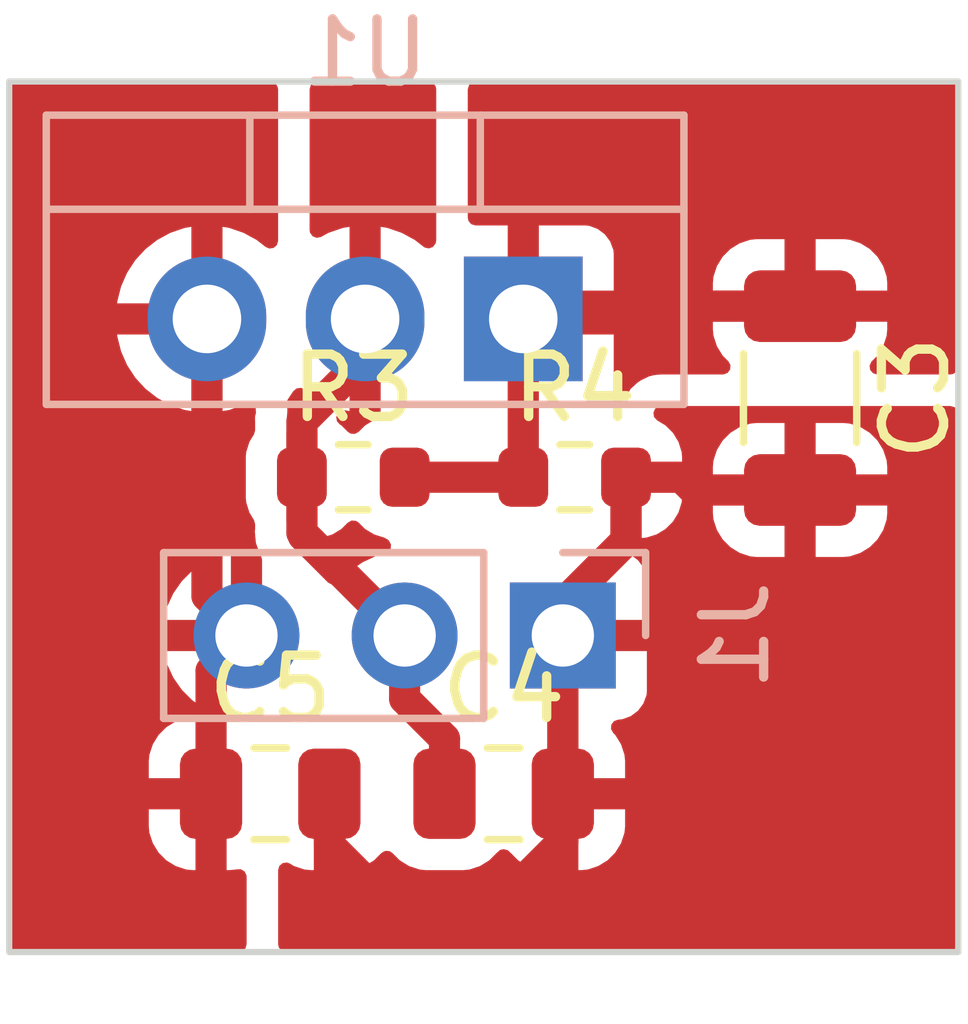
<source format=kicad_pcb>
(kicad_pcb (version 20221018) (generator pcbnew)
  (layers (0 "F.Cu" signal) (31 "B.Cu" signal) (34 "B.Paste" user) (35 "F.Paste" user) (36 "B.SilkS" user "B.Silkscreen") (37 "F.SilkS" user "F.Silkscreen") (38 "B.Mask" user) (39 "F.Mask" user) (44 "Edge.Cuts" user))
  (net 0 "")
  (net 1 "Net-(U1-ADJ)")
  (net 2 "GND")
  (net 3 "Net-(J1-Pin_2)")
  (net 4 "+5V")
  (footprint "Resistor_SMD:R_0603_1608Metric" (layer "F.Cu") (at 136.08 120.65)
    (fp_text reference "R4" (at 0 -1.43) (layer "F.SilkS"))
    (fp_text value "122")
    (fp_line (start -0.237258 -0.5225) (end 0.237258 -0.5225) (stroke (width 0.12)) (layer "F.SilkS"))
    (fp_line (start -0.237258 0.5225) (end 0.237258 0.5225) (stroke (width 0.12)) (layer "F.SilkS"))
    (pad "1" smd roundrect (at -0.825 0) (size 0.8 0.95) (layers "F.Cu" "F.Paste" "F.Mask") (net 1 "Net-(U1-ADJ)"))
    (pad "2" smd roundrect (at 0.825 0) (size 0.8 0.95) (layers "F.Cu" "F.Paste" "F.Mask") (net 2 "GND"))
  )
  (footprint "Resistor_SMD:R_0603_1608Metric" (layer "F.Cu") (at 132.525 120.65)
    (fp_text reference "R3" (at 0 -1.43) (layer "F.SilkS"))
    (fp_text value "122")
    (fp_line (start -0.237258 -0.5225) (end 0.237258 -0.5225) (stroke (width 0.12)) (layer "F.SilkS"))
    (fp_line (start -0.237258 0.5225) (end 0.237258 0.5225) (stroke (width 0.12)) (layer "F.SilkS"))
    (pad "1" smd roundrect (at -0.825 0) (size 0.8 0.95) (layers "F.Cu" "F.Paste" "F.Mask") (net 3 "Net-(J1-Pin_2)"))
    (pad "2" smd roundrect (at 0.825 0) (size 0.8 0.95) (layers "F.Cu" "F.Paste" "F.Mask") (net 1 "Net-(U1-ADJ)"))
  )
  (footprint "Capacitor_SMD:C_0805_2012Metric" (layer "F.Cu") (at 134.94 125.73)
    (fp_text reference "C4" (at 0 -1.68) (layer "F.SilkS"))
    (fp_text value "105")
    (fp_line (start -0.261252 -0.735) (end 0.261252 -0.735) (stroke (width 0.12)) (layer "F.SilkS"))
    (fp_line (start -0.261252 0.735) (end 0.261252 0.735) (stroke (width 0.12)) (layer "F.SilkS"))
    (pad "1" smd roundrect (at -0.95 0) (size 1 1.45) (layers "F.Cu" "F.Paste" "F.Mask") (net 3 "Net-(J1-Pin_2)"))
    (pad "2" smd roundrect (at 0.95 0) (size 1 1.45) (layers "F.Cu" "F.Paste" "F.Mask") (net 2 "GND"))
  )
  (footprint "Capacitor_SMD:C_1206_3216Metric" (layer "F.Cu") (at 139.7 119.38 -90)
    (fp_text reference "C3" (at 0 -1.85 90) (layer "F.SilkS"))
    (fp_text value "106")
    (fp_line (start -0.711252 -0.91) (end 0.711252 -0.91) (stroke (width 0.12)) (layer "F.SilkS"))
    (fp_line (start -0.711252 0.91) (end 0.711252 0.91) (stroke (width 0.12)) (layer "F.SilkS"))
    (pad "1" smd roundrect (at -1.475 0 270) (size 1.15 1.8) (layers "F.Cu" "F.Paste" "F.Mask") (roundrect_rratio 0.2173913043) (net 1 "Net-(U1-ADJ)"))
    (pad "2" smd roundrect (at 1.475 0 270) (size 1.15 1.8) (layers "F.Cu" "F.Paste" "F.Mask") (roundrect_rratio 0.2173913043) (net 2 "GND"))
  )
  (footprint "Capacitor_SMD:C_0805_2012Metric" (layer "F.Cu") (at 131.191 125.73)
    (fp_text reference "C5" (at 0 -1.68) (layer "F.SilkS"))
    (fp_text value "105")
    (fp_line (start -0.261252 -0.735) (end 0.261252 -0.735) (stroke (width 0.12)) (layer "F.SilkS"))
    (fp_line (start -0.261252 0.735) (end 0.261252 0.735) (stroke (width 0.12)) (layer "F.SilkS"))
    (pad "1" smd roundrect (at -0.95 0) (size 1 1.45) (layers "F.Cu" "F.Paste" "F.Mask") (net 4 "+5V"))
    (pad "2" smd roundrect (at 0.95 0) (size 1 1.45) (layers "F.Cu" "F.Paste" "F.Mask") (net 2 "GND"))
  )
  (footprint "Package_TO_SOT_THT:TO-220-3_Vertical" (layer "B.Cu") (at 135.255 118.11 180)
    (fp_text reference "U1" (at 2.54 4.27) (layer "B.SilkS") (effects (justify mirror)))
    (fp_text value "LM317_TO-220")
    (fp_line (start -2.58 -1.371) (end 7.66 -1.371) (stroke (width 0.12)) (layer "B.SilkS"))
    (fp_line (start -2.58 1.76) (end 7.66 1.76) (stroke (width 0.12)) (layer "B.SilkS"))
    (fp_line (start -2.58 3.27) (end -2.58 -1.371) (stroke (width 0.12)) (layer "B.SilkS"))
    (fp_line (start -2.58 3.27) (end 7.66 3.27) (stroke (width 0.12)) (layer "B.SilkS"))
    (fp_line (start 0.69 3.27) (end 0.69 1.76) (stroke (width 0.12)) (layer "B.SilkS"))
    (fp_line (start 4.391 3.27) (end 4.391 1.76) (stroke (width 0.12)) (layer "B.SilkS"))
    (fp_line (start 7.66 3.27) (end 7.66 -1.371) (stroke (width 0.12)) (layer "B.SilkS"))
    (pad "1" thru_hole rect (at 0 0 180) (size 1.905 2) (drill 1.1) (layers "*.Cu" "*.Mask") (net 1 "Net-(U1-ADJ)"))
    (pad "2" thru_hole oval (at 2.54 0 180) (size 1.905 2) (drill 1.1) (layers "*.Cu" "*.Mask") (net 3 "Net-(J1-Pin_2)"))
    (pad "3" thru_hole oval (at 5.08 0 180) (size 1.905 2) (drill 1.1) (layers "*.Cu" "*.Mask") (net 4 "+5V"))
  )
  (footprint "Connector_PinSocket_2.54mm:PinSocket_1x03_P2.54mm_Vertical" (layer "B.Cu") (at 135.89 123.19 90)
    (fp_text reference "J1" (at 0 2.77 90) (layer "B.SilkS") (effects (justify mirror)))
    (fp_text value "Conn_01x03_Pin")
    (fp_line (start -1.33 -6.41) (end 1.33 -6.41) (stroke (width 0.12)) (layer "B.SilkS"))
    (fp_line (start -1.33 -1.27) (end -1.33 -6.41) (stroke (width 0.12)) (layer "B.SilkS"))
    (fp_line (start -1.33 -1.27) (end 1.33 -1.27) (stroke (width 0.12)) (layer "B.SilkS"))
    (fp_line (start 0 1.33) (end 1.33 1.33) (stroke (width 0.12)) (layer "B.SilkS"))
    (fp_line (start 1.33 -1.27) (end 1.33 -6.41) (stroke (width 0.12)) (layer "B.SilkS"))
    (fp_line (start 1.33 1.33) (end 1.33 0) (stroke (width 0.12)) (layer "B.SilkS"))
    (pad "1" thru_hole rect (at 0 0 90) (size 1.7 1.7) (drill 1) (layers "*.Cu" "*.Mask") (net 2 "GND"))
    (pad "2" thru_hole oval (at 0 -2.54 90) (size 1.7 1.7) (drill 1) (layers "*.Cu" "*.Mask") (net 3 "Net-(J1-Pin_2)"))
    (pad "3" thru_hole oval (at 0 -5.08 90) (size 1.7 1.7) (drill 1) (layers "*.Cu" "*.Mask") (net 4 "+5V"))
  )
  (gr_rect (start 127 114.3) (end 142.24 128.27) (stroke (width 0.1)) (fill none) (layer "Edge.Cuts"))
  (segment (start 133.35 120.65) (end 135.255 120.65) (width 0.5) (layer "F.Cu") (net 1))
  (segment (start 135.46 117.905) (end 135.255 118.11) (width 0.5) (layer "F.Cu") (net 1))
  (segment (start 135.255 120.65) (end 135.255 118.11) (width 0.5) (layer "F.Cu") (net 1))
  (segment (start 139.7 117.905) (end 135.46 117.905) (width 0.5) (layer "F.Cu") (net 1))
  (segment (start 134.874 127.508) (end 135.89 126.492) (width 0.5) (layer "F.Cu") (net 2))
  (segment (start 135.89 123.19) (end 135.89 125.73) (width 0.5) (layer "F.Cu") (net 2))
  (segment (start 132.141 126.553) (end 133.096 127.508) (width 0.5) (layer "F.Cu") (net 2))
  (segment (start 138 120.855) (end 137.795 120.65) (width 0.5) (layer "F.Cu") (net 2))
  (segment (start 132.141 125.73) (end 132.141 126.553) (width 0.5) (layer "F.Cu") (net 2))
  (segment (start 133.096 127.508) (end 134.874 127.508) (width 0.5) (layer "F.Cu") (net 2))
  (segment (start 135.89 122.682) (end 135.89 123.19) (width 0.5) (layer "F.Cu") (net 2))
  (segment (start 137.795 120.65) (end 136.905 120.65) (width 0.5) (layer "F.Cu") (net 2))
  (segment (start 135.89 126.492) (end 135.89 125.73) (width 0.5) (layer "F.Cu") (net 2))
  (segment (start 136.905 120.65) (end 136.905 121.667) (width 0.5) (layer "F.Cu") (net 2))
  (segment (start 139.7 120.855) (end 138 120.855) (width 0.5) (layer "F.Cu") (net 2))
  (segment (start 136.905 121.667) (end 135.89 122.682) (width 0.5) (layer "F.Cu") (net 2))
  (segment (start 133.99 125.73) (end 133.99 124.846) (width 0.5) (layer "F.Cu") (net 3))
  (segment (start 133.99 124.846) (end 133.35 124.206) (width 0.5) (layer "F.Cu") (net 3))
  (segment (start 133.35 124.206) (end 133.35 123.19) (width 0.5) (layer "F.Cu") (net 3))
  (segment (start 132.715 118.745) (end 132.715 118.11) (width 0.5) (layer "F.Cu") (net 3))
  (segment (start 131.7 121.54) (end 131.7 120.65) (width 0.5) (layer "F.Cu") (net 3))
  (segment (start 131.7 119.76) (end 132.715 118.745) (width 0.5) (layer "F.Cu") (net 3))
  (segment (start 131.7 120.65) (end 131.7 119.76) (width 0.5) (layer "F.Cu") (net 3))
  (segment (start 133.35 123.19) (end 131.7 121.54) (width 0.5) (layer "F.Cu") (net 3))
  (segment (start 130.81 123.19) (end 130.175 122.555) (width 0.5) (layer "F.Cu") (net 4))
  (segment (start 130.241 125.73) (end 130.241 123.759) (width 0.5) (layer "F.Cu") (net 4))
  (segment (start 130.241 123.759) (end 130.81 123.19) (width 0.5) (layer "F.Cu") (net 4))
  (segment (start 130.175 122.555) (end 130.175 118.11) (width 0.5) (layer "F.Cu") (net 4))
  (zone (net 2) (net_name "GND") (layer "F.Cu") (priority 3) (connect_pads (clearance 0.5)) (min_thickness 0.25) (fill yes (thermal_gap 0.5) (thermal_bridge_width 0.5))
    (polygon (pts (xy 131.318 124.46) (xy 132.969 124.46) (xy 132.969 126.619) (xy 135.128 126.619) (xy 135.128 121.92) (xy 136.271 121.92) (xy 136.271 119.888) (xy 137.033 119.888) (xy 137.414 119.507) (xy 142.24 119.507) (xy 142.24 128.27) (xy 131.318 128.27)))
  )
  (zone (net 1) (net_name "Net-(U1-ADJ)") (layer "F.Cu") (connect_pads (clearance 0.5)) (min_thickness 0.25) (fill yes (thermal_gap 0.5) (thermal_bridge_width 0.5))
    (polygon (pts (xy 133.223 120.142) (xy 133.223 121.412) (xy 133.477 121.666) (xy 136.017 121.666) (xy 136.017 119.634) (xy 136.652 119.634) (xy 137.033 119.253) (xy 142.24 119.253) (xy 142.24 114.3) (xy 134.239 114.3) (xy 134.239 119.126)))
  )
  (zone (net 4) (net_name "+5V") (layer "F.Cu") (priority 2) (connect_pads (clearance 0.5)) (min_thickness 0.25) (fill yes (thermal_gap 0.5) (thermal_bridge_width 0.5))
    (polygon (pts (xy 131.318 114.3) (xy 127 114.3) (xy 127 128.27) (xy 131.064 128.27) (xy 131.064 124.714) (xy 131.699 124.079) (xy 131.699 122.682) (xy 131.064 122.047) (xy 131.064 119.253) (xy 131.318 118.999)))
  )
  (zone (net 3) (net_name "Net-(J1-Pin_2)") (layer "F.Cu") (priority 1) (connect_pads (clearance 0.5)) (min_thickness 0.25) (fill yes (thermal_gap 0.5) (thermal_bridge_width 0.5))
    (polygon (pts (xy 134.747 126.492) (xy 134.747 121.92) (xy 133.35 121.92) (xy 132.588 121.158) (xy 132.588 120.015) (xy 133.858 118.745) (xy 133.858 114.3) (xy 131.572 114.3) (xy 131.572 119.253) (xy 131.318 119.634) (xy 131.318 121.539) (xy 132.588 122.809) (xy 132.588 124.079) (xy 133.223 124.714) (xy 133.223 126.492)))
  )
)
</source>
